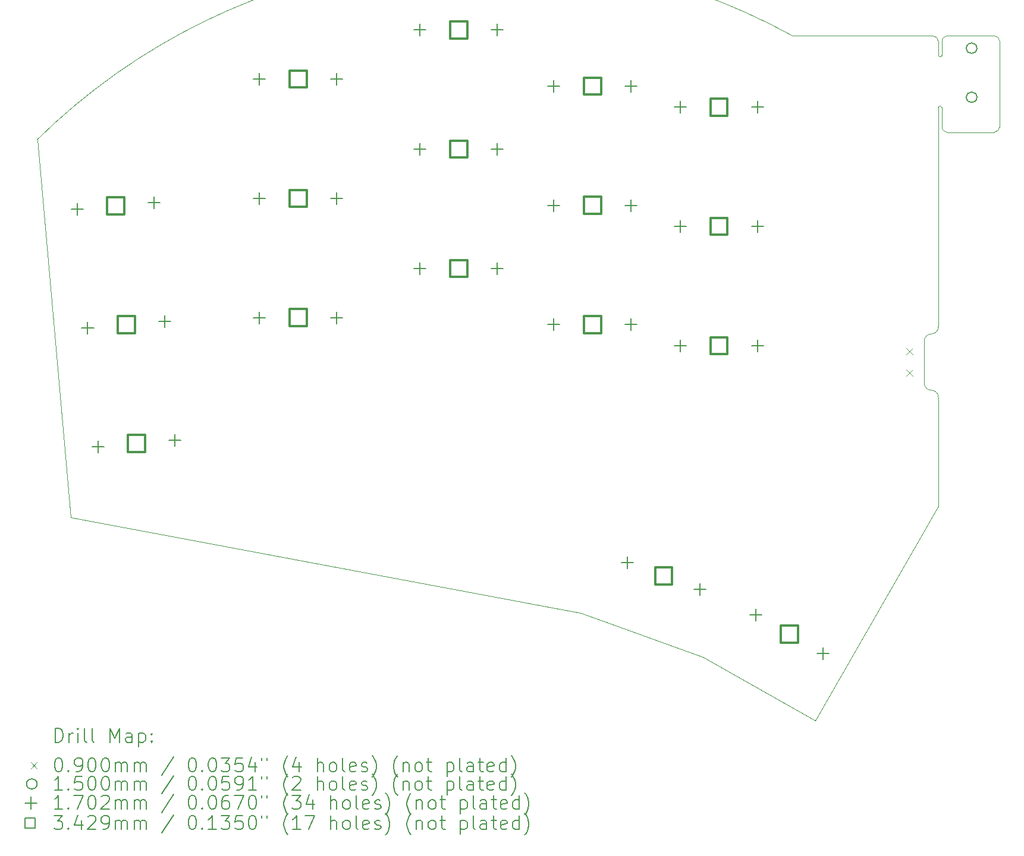
<source format=gbr>
%FSLAX45Y45*%
G04 Gerber Fmt 4.5, Leading zero omitted, Abs format (unit mm)*
G04 Created by KiCad (PCBNEW (6.0.4)) date 2022-07-01 15:59:25*
%MOMM*%
%LPD*%
G01*
G04 APERTURE LIST*
%TA.AperFunction,Profile*%
%ADD10C,0.050000*%
%TD*%
%ADD11C,0.200000*%
%ADD12C,0.090000*%
%ADD13C,0.150000*%
%ADD14C,0.170180*%
%ADD15C,0.342900*%
G04 APERTURE END LIST*
D10*
X13812426Y-12524195D02*
X14287561Y-17910769D01*
X27515337Y-12343949D02*
X27516000Y-11121000D01*
X26641000Y-17746000D02*
X26641000Y-16196697D01*
X26691000Y-12071000D02*
G75*
G03*
X26641000Y-12071000I-25000J-2241D01*
G01*
X26541000Y-15296000D02*
G75*
G03*
X26441000Y-15396000I270J-100270D01*
G01*
X26766000Y-11046000D02*
X27439918Y-11044469D01*
X26641001Y-11122531D02*
G75*
G03*
X26564918Y-11046000I-83291J-6719D01*
G01*
X26691000Y-12346000D02*
G75*
G03*
X26766000Y-12421000I81580J6580D01*
G01*
X26564918Y-11046000D02*
X24566000Y-11046000D01*
X26641000Y-11323091D02*
X26641000Y-11122531D01*
X21554000Y-19270000D02*
X23290000Y-19903000D01*
X26641000Y-12071000D02*
X26641000Y-15196000D01*
X26441000Y-15996000D02*
G75*
G03*
X26541000Y-16096000I99380J-620D01*
G01*
X23290000Y-19903000D02*
X24887000Y-20802000D01*
X27438806Y-12420028D02*
G75*
G03*
X27515337Y-12343949I-6717J83289D01*
G01*
X26766000Y-12421000D02*
X27438807Y-12420031D01*
X24566000Y-11046000D02*
G75*
G03*
X13812426Y-12524195I-4384341J-7958941D01*
G01*
X26641000Y-11323091D02*
G75*
G03*
X26691000Y-11323091I25000J2241D01*
G01*
X14287561Y-17910769D02*
X21554000Y-19270000D01*
X26691000Y-11323091D02*
X26691000Y-11121000D01*
X26441000Y-15396000D02*
X26441000Y-15996000D01*
X24887000Y-20802000D02*
X26641000Y-17746000D01*
X26766000Y-11046000D02*
G75*
G03*
X26691000Y-11121000I6580J-81580D01*
G01*
X26691000Y-12346000D02*
X26691000Y-12071000D01*
X26541000Y-15296000D02*
G75*
G03*
X26641000Y-15196000I-300J100300D01*
G01*
X26640996Y-16196697D02*
G75*
G03*
X26541000Y-16096000I-99756J937D01*
G01*
X27516001Y-11121000D02*
G75*
G03*
X27439918Y-11044469I-83291J-6720D01*
G01*
D11*
D12*
X26184750Y-15501000D02*
X26274750Y-15591000D01*
X26274750Y-15501000D02*
X26184750Y-15591000D01*
X26184750Y-15801000D02*
X26274750Y-15891000D01*
X26274750Y-15801000D02*
X26184750Y-15891000D01*
X26186000Y-15501000D02*
X26276000Y-15591000D01*
X26276000Y-15501000D02*
X26186000Y-15591000D01*
X26186000Y-15801000D02*
X26276000Y-15891000D01*
X26276000Y-15801000D02*
X26186000Y-15891000D01*
D13*
X27191000Y-11222000D02*
G75*
G03*
X27191000Y-11222000I-75000J0D01*
G01*
X27191000Y-11922000D02*
G75*
G03*
X27191000Y-11922000I-75000J0D01*
G01*
D14*
X14382465Y-13433196D02*
X14382465Y-13603376D01*
X14297375Y-13518286D02*
X14467555Y-13518286D01*
X14530629Y-15126727D02*
X14530629Y-15296907D01*
X14445539Y-15211817D02*
X14615719Y-15211817D01*
X14678794Y-16820258D02*
X14678794Y-16990438D01*
X14593704Y-16905348D02*
X14763884Y-16905348D01*
X15478279Y-13337324D02*
X15478279Y-13507504D01*
X15393189Y-13422414D02*
X15563369Y-13422414D01*
X15626444Y-15030855D02*
X15626444Y-15201035D01*
X15541354Y-15115945D02*
X15711534Y-15115945D01*
X15774608Y-16724386D02*
X15774608Y-16894567D01*
X15689518Y-16809477D02*
X15859698Y-16809477D01*
X16976000Y-11576910D02*
X16976000Y-11747090D01*
X16890910Y-11662000D02*
X17061090Y-11662000D01*
X16976000Y-13276910D02*
X16976000Y-13447090D01*
X16890910Y-13362000D02*
X17061090Y-13362000D01*
X16976000Y-14976910D02*
X16976000Y-15147090D01*
X16890910Y-15062000D02*
X17061090Y-15062000D01*
X18076000Y-11576910D02*
X18076000Y-11747090D01*
X17990910Y-11662000D02*
X18161090Y-11662000D01*
X18076000Y-13276910D02*
X18076000Y-13447090D01*
X17990910Y-13362000D02*
X18161090Y-13362000D01*
X18076000Y-14976910D02*
X18076000Y-15147090D01*
X17990910Y-15062000D02*
X18161090Y-15062000D01*
X19262000Y-10876910D02*
X19262000Y-11047090D01*
X19176910Y-10962000D02*
X19347090Y-10962000D01*
X19262000Y-12576910D02*
X19262000Y-12747090D01*
X19176910Y-12662000D02*
X19347090Y-12662000D01*
X19262000Y-14276910D02*
X19262000Y-14447090D01*
X19176910Y-14362000D02*
X19347090Y-14362000D01*
X20362000Y-10876910D02*
X20362000Y-11047090D01*
X20276910Y-10962000D02*
X20447090Y-10962000D01*
X20362000Y-12576910D02*
X20362000Y-12747090D01*
X20276910Y-12662000D02*
X20447090Y-12662000D01*
X20362000Y-14276910D02*
X20362000Y-14447090D01*
X20276910Y-14362000D02*
X20447090Y-14362000D01*
X21167000Y-11676910D02*
X21167000Y-11847090D01*
X21081910Y-11762000D02*
X21252090Y-11762000D01*
X21167000Y-13376910D02*
X21167000Y-13547090D01*
X21081910Y-13462000D02*
X21252090Y-13462000D01*
X21167000Y-15076910D02*
X21167000Y-15247090D01*
X21081910Y-15162000D02*
X21252090Y-15162000D01*
X22215116Y-18471435D02*
X22215116Y-18641615D01*
X22130026Y-18556525D02*
X22300206Y-18556525D01*
X22267000Y-11676910D02*
X22267000Y-11847090D01*
X22181910Y-11762000D02*
X22352090Y-11762000D01*
X22267000Y-13376910D02*
X22267000Y-13547090D01*
X22181910Y-13462000D02*
X22352090Y-13462000D01*
X22267000Y-15076910D02*
X22267000Y-15247090D01*
X22181910Y-15162000D02*
X22352090Y-15162000D01*
X22967000Y-11976910D02*
X22967000Y-12147090D01*
X22881910Y-12062000D02*
X23052090Y-12062000D01*
X22967000Y-13676910D02*
X22967000Y-13847090D01*
X22881910Y-13762000D02*
X23052090Y-13762000D01*
X22967000Y-15376910D02*
X22967000Y-15547090D01*
X22881910Y-15462000D02*
X23052090Y-15462000D01*
X23248778Y-18847657D02*
X23248778Y-19017837D01*
X23163688Y-18932747D02*
X23333868Y-18932747D01*
X24045382Y-19210917D02*
X24045382Y-19381097D01*
X23960292Y-19296007D02*
X24130472Y-19296007D01*
X24067000Y-11976910D02*
X24067000Y-12147090D01*
X23981910Y-12062000D02*
X24152090Y-12062000D01*
X24067000Y-13676910D02*
X24067000Y-13847090D01*
X23981910Y-13762000D02*
X24152090Y-13762000D01*
X24067000Y-15376910D02*
X24067000Y-15547090D01*
X23981910Y-15462000D02*
X24152090Y-15462000D01*
X24998010Y-19760917D02*
X24998010Y-19931097D01*
X24912920Y-19846007D02*
X25083100Y-19846007D01*
D15*
X15051606Y-13591585D02*
X15051606Y-13349116D01*
X14809137Y-13349116D01*
X14809137Y-13591585D01*
X15051606Y-13591585D01*
X15199771Y-15285116D02*
X15199771Y-15042647D01*
X14957302Y-15042647D01*
X14957302Y-15285116D01*
X15199771Y-15285116D01*
X15347936Y-16978647D02*
X15347936Y-16736178D01*
X15105467Y-16736178D01*
X15105467Y-16978647D01*
X15347936Y-16978647D01*
X17647235Y-11783235D02*
X17647235Y-11540765D01*
X17404765Y-11540765D01*
X17404765Y-11783235D01*
X17647235Y-11783235D01*
X17647235Y-13483235D02*
X17647235Y-13240765D01*
X17404765Y-13240765D01*
X17404765Y-13483235D01*
X17647235Y-13483235D01*
X17647235Y-15183235D02*
X17647235Y-14940765D01*
X17404765Y-14940765D01*
X17404765Y-15183235D01*
X17647235Y-15183235D01*
X19933235Y-11083235D02*
X19933235Y-10840765D01*
X19690765Y-10840765D01*
X19690765Y-11083235D01*
X19933235Y-11083235D01*
X19933235Y-12783235D02*
X19933235Y-12540765D01*
X19690765Y-12540765D01*
X19690765Y-12783235D01*
X19933235Y-12783235D01*
X19933235Y-14483235D02*
X19933235Y-14240765D01*
X19690765Y-14240765D01*
X19690765Y-14483235D01*
X19933235Y-14483235D01*
X21838235Y-11883235D02*
X21838235Y-11640765D01*
X21595765Y-11640765D01*
X21595765Y-11883235D01*
X21838235Y-11883235D01*
X21838235Y-13583235D02*
X21838235Y-13340765D01*
X21595765Y-13340765D01*
X21595765Y-13583235D01*
X21838235Y-13583235D01*
X21838235Y-15283235D02*
X21838235Y-15040765D01*
X21595765Y-15040765D01*
X21595765Y-15283235D01*
X21838235Y-15283235D01*
X22853181Y-18865871D02*
X22853181Y-18623402D01*
X22610712Y-18623402D01*
X22610712Y-18865871D01*
X22853181Y-18865871D01*
X23638235Y-12183235D02*
X23638235Y-11940765D01*
X23395765Y-11940765D01*
X23395765Y-12183235D01*
X23638235Y-12183235D01*
X23638235Y-13883235D02*
X23638235Y-13640765D01*
X23395765Y-13640765D01*
X23395765Y-13883235D01*
X23638235Y-13883235D01*
X23638235Y-15583235D02*
X23638235Y-15340765D01*
X23395765Y-15340765D01*
X23395765Y-15583235D01*
X23638235Y-15583235D01*
X24642931Y-19692242D02*
X24642931Y-19449772D01*
X24400462Y-19449772D01*
X24400462Y-19692242D01*
X24642931Y-19692242D01*
D11*
X14067545Y-21114976D02*
X14067545Y-20914976D01*
X14115164Y-20914976D01*
X14143736Y-20924500D01*
X14162783Y-20943548D01*
X14172307Y-20962595D01*
X14181831Y-21000690D01*
X14181831Y-21029262D01*
X14172307Y-21067357D01*
X14162783Y-21086405D01*
X14143736Y-21105452D01*
X14115164Y-21114976D01*
X14067545Y-21114976D01*
X14267545Y-21114976D02*
X14267545Y-20981643D01*
X14267545Y-21019738D02*
X14277069Y-21000690D01*
X14286593Y-20991167D01*
X14305640Y-20981643D01*
X14324688Y-20981643D01*
X14391355Y-21114976D02*
X14391355Y-20981643D01*
X14391355Y-20914976D02*
X14381831Y-20924500D01*
X14391355Y-20934024D01*
X14400878Y-20924500D01*
X14391355Y-20914976D01*
X14391355Y-20934024D01*
X14515164Y-21114976D02*
X14496117Y-21105452D01*
X14486593Y-21086405D01*
X14486593Y-20914976D01*
X14619926Y-21114976D02*
X14600878Y-21105452D01*
X14591355Y-21086405D01*
X14591355Y-20914976D01*
X14848498Y-21114976D02*
X14848498Y-20914976D01*
X14915164Y-21057833D01*
X14981831Y-20914976D01*
X14981831Y-21114976D01*
X15162783Y-21114976D02*
X15162783Y-21010214D01*
X15153259Y-20991167D01*
X15134212Y-20981643D01*
X15096117Y-20981643D01*
X15077069Y-20991167D01*
X15162783Y-21105452D02*
X15143736Y-21114976D01*
X15096117Y-21114976D01*
X15077069Y-21105452D01*
X15067545Y-21086405D01*
X15067545Y-21067357D01*
X15077069Y-21048310D01*
X15096117Y-21038786D01*
X15143736Y-21038786D01*
X15162783Y-21029262D01*
X15258021Y-20981643D02*
X15258021Y-21181643D01*
X15258021Y-20991167D02*
X15277069Y-20981643D01*
X15315164Y-20981643D01*
X15334212Y-20991167D01*
X15343736Y-21000690D01*
X15353259Y-21019738D01*
X15353259Y-21076881D01*
X15343736Y-21095929D01*
X15334212Y-21105452D01*
X15315164Y-21114976D01*
X15277069Y-21114976D01*
X15258021Y-21105452D01*
X15438974Y-21095929D02*
X15448498Y-21105452D01*
X15438974Y-21114976D01*
X15429450Y-21105452D01*
X15438974Y-21095929D01*
X15438974Y-21114976D01*
X15438974Y-20991167D02*
X15448498Y-21000690D01*
X15438974Y-21010214D01*
X15429450Y-21000690D01*
X15438974Y-20991167D01*
X15438974Y-21010214D01*
D12*
X13719926Y-21399500D02*
X13809926Y-21489500D01*
X13809926Y-21399500D02*
X13719926Y-21489500D01*
D11*
X14105640Y-21334976D02*
X14124688Y-21334976D01*
X14143736Y-21344500D01*
X14153259Y-21354024D01*
X14162783Y-21373071D01*
X14172307Y-21411167D01*
X14172307Y-21458786D01*
X14162783Y-21496881D01*
X14153259Y-21515929D01*
X14143736Y-21525452D01*
X14124688Y-21534976D01*
X14105640Y-21534976D01*
X14086593Y-21525452D01*
X14077069Y-21515929D01*
X14067545Y-21496881D01*
X14058021Y-21458786D01*
X14058021Y-21411167D01*
X14067545Y-21373071D01*
X14077069Y-21354024D01*
X14086593Y-21344500D01*
X14105640Y-21334976D01*
X14258021Y-21515929D02*
X14267545Y-21525452D01*
X14258021Y-21534976D01*
X14248498Y-21525452D01*
X14258021Y-21515929D01*
X14258021Y-21534976D01*
X14362783Y-21534976D02*
X14400878Y-21534976D01*
X14419926Y-21525452D01*
X14429450Y-21515929D01*
X14448498Y-21487357D01*
X14458021Y-21449262D01*
X14458021Y-21373071D01*
X14448498Y-21354024D01*
X14438974Y-21344500D01*
X14419926Y-21334976D01*
X14381831Y-21334976D01*
X14362783Y-21344500D01*
X14353259Y-21354024D01*
X14343736Y-21373071D01*
X14343736Y-21420690D01*
X14353259Y-21439738D01*
X14362783Y-21449262D01*
X14381831Y-21458786D01*
X14419926Y-21458786D01*
X14438974Y-21449262D01*
X14448498Y-21439738D01*
X14458021Y-21420690D01*
X14581831Y-21334976D02*
X14600878Y-21334976D01*
X14619926Y-21344500D01*
X14629450Y-21354024D01*
X14638974Y-21373071D01*
X14648498Y-21411167D01*
X14648498Y-21458786D01*
X14638974Y-21496881D01*
X14629450Y-21515929D01*
X14619926Y-21525452D01*
X14600878Y-21534976D01*
X14581831Y-21534976D01*
X14562783Y-21525452D01*
X14553259Y-21515929D01*
X14543736Y-21496881D01*
X14534212Y-21458786D01*
X14534212Y-21411167D01*
X14543736Y-21373071D01*
X14553259Y-21354024D01*
X14562783Y-21344500D01*
X14581831Y-21334976D01*
X14772307Y-21334976D02*
X14791355Y-21334976D01*
X14810402Y-21344500D01*
X14819926Y-21354024D01*
X14829450Y-21373071D01*
X14838974Y-21411167D01*
X14838974Y-21458786D01*
X14829450Y-21496881D01*
X14819926Y-21515929D01*
X14810402Y-21525452D01*
X14791355Y-21534976D01*
X14772307Y-21534976D01*
X14753259Y-21525452D01*
X14743736Y-21515929D01*
X14734212Y-21496881D01*
X14724688Y-21458786D01*
X14724688Y-21411167D01*
X14734212Y-21373071D01*
X14743736Y-21354024D01*
X14753259Y-21344500D01*
X14772307Y-21334976D01*
X14924688Y-21534976D02*
X14924688Y-21401643D01*
X14924688Y-21420690D02*
X14934212Y-21411167D01*
X14953259Y-21401643D01*
X14981831Y-21401643D01*
X15000878Y-21411167D01*
X15010402Y-21430214D01*
X15010402Y-21534976D01*
X15010402Y-21430214D02*
X15019926Y-21411167D01*
X15038974Y-21401643D01*
X15067545Y-21401643D01*
X15086593Y-21411167D01*
X15096117Y-21430214D01*
X15096117Y-21534976D01*
X15191355Y-21534976D02*
X15191355Y-21401643D01*
X15191355Y-21420690D02*
X15200878Y-21411167D01*
X15219926Y-21401643D01*
X15248498Y-21401643D01*
X15267545Y-21411167D01*
X15277069Y-21430214D01*
X15277069Y-21534976D01*
X15277069Y-21430214D02*
X15286593Y-21411167D01*
X15305640Y-21401643D01*
X15334212Y-21401643D01*
X15353259Y-21411167D01*
X15362783Y-21430214D01*
X15362783Y-21534976D01*
X15753259Y-21325452D02*
X15581831Y-21582595D01*
X16010402Y-21334976D02*
X16029450Y-21334976D01*
X16048498Y-21344500D01*
X16058021Y-21354024D01*
X16067545Y-21373071D01*
X16077069Y-21411167D01*
X16077069Y-21458786D01*
X16067545Y-21496881D01*
X16058021Y-21515929D01*
X16048498Y-21525452D01*
X16029450Y-21534976D01*
X16010402Y-21534976D01*
X15991355Y-21525452D01*
X15981831Y-21515929D01*
X15972307Y-21496881D01*
X15962783Y-21458786D01*
X15962783Y-21411167D01*
X15972307Y-21373071D01*
X15981831Y-21354024D01*
X15991355Y-21344500D01*
X16010402Y-21334976D01*
X16162783Y-21515929D02*
X16172307Y-21525452D01*
X16162783Y-21534976D01*
X16153259Y-21525452D01*
X16162783Y-21515929D01*
X16162783Y-21534976D01*
X16296117Y-21334976D02*
X16315164Y-21334976D01*
X16334212Y-21344500D01*
X16343736Y-21354024D01*
X16353259Y-21373071D01*
X16362783Y-21411167D01*
X16362783Y-21458786D01*
X16353259Y-21496881D01*
X16343736Y-21515929D01*
X16334212Y-21525452D01*
X16315164Y-21534976D01*
X16296117Y-21534976D01*
X16277069Y-21525452D01*
X16267545Y-21515929D01*
X16258021Y-21496881D01*
X16248498Y-21458786D01*
X16248498Y-21411167D01*
X16258021Y-21373071D01*
X16267545Y-21354024D01*
X16277069Y-21344500D01*
X16296117Y-21334976D01*
X16429450Y-21334976D02*
X16553259Y-21334976D01*
X16486593Y-21411167D01*
X16515164Y-21411167D01*
X16534212Y-21420690D01*
X16543736Y-21430214D01*
X16553259Y-21449262D01*
X16553259Y-21496881D01*
X16543736Y-21515929D01*
X16534212Y-21525452D01*
X16515164Y-21534976D01*
X16458021Y-21534976D01*
X16438974Y-21525452D01*
X16429450Y-21515929D01*
X16734212Y-21334976D02*
X16638974Y-21334976D01*
X16629450Y-21430214D01*
X16638974Y-21420690D01*
X16658021Y-21411167D01*
X16705640Y-21411167D01*
X16724688Y-21420690D01*
X16734212Y-21430214D01*
X16743736Y-21449262D01*
X16743736Y-21496881D01*
X16734212Y-21515929D01*
X16724688Y-21525452D01*
X16705640Y-21534976D01*
X16658021Y-21534976D01*
X16638974Y-21525452D01*
X16629450Y-21515929D01*
X16915164Y-21401643D02*
X16915164Y-21534976D01*
X16867545Y-21325452D02*
X16819926Y-21468310D01*
X16943736Y-21468310D01*
X17010402Y-21334976D02*
X17010402Y-21373071D01*
X17086593Y-21334976D02*
X17086593Y-21373071D01*
X17381831Y-21611167D02*
X17372307Y-21601643D01*
X17353260Y-21573071D01*
X17343736Y-21554024D01*
X17334212Y-21525452D01*
X17324688Y-21477833D01*
X17324688Y-21439738D01*
X17334212Y-21392119D01*
X17343736Y-21363548D01*
X17353260Y-21344500D01*
X17372307Y-21315929D01*
X17381831Y-21306405D01*
X17543736Y-21401643D02*
X17543736Y-21534976D01*
X17496117Y-21325452D02*
X17448498Y-21468310D01*
X17572307Y-21468310D01*
X17800879Y-21534976D02*
X17800879Y-21334976D01*
X17886593Y-21534976D02*
X17886593Y-21430214D01*
X17877069Y-21411167D01*
X17858021Y-21401643D01*
X17829450Y-21401643D01*
X17810402Y-21411167D01*
X17800879Y-21420690D01*
X18010402Y-21534976D02*
X17991355Y-21525452D01*
X17981831Y-21515929D01*
X17972307Y-21496881D01*
X17972307Y-21439738D01*
X17981831Y-21420690D01*
X17991355Y-21411167D01*
X18010402Y-21401643D01*
X18038974Y-21401643D01*
X18058021Y-21411167D01*
X18067545Y-21420690D01*
X18077069Y-21439738D01*
X18077069Y-21496881D01*
X18067545Y-21515929D01*
X18058021Y-21525452D01*
X18038974Y-21534976D01*
X18010402Y-21534976D01*
X18191355Y-21534976D02*
X18172307Y-21525452D01*
X18162783Y-21506405D01*
X18162783Y-21334976D01*
X18343736Y-21525452D02*
X18324688Y-21534976D01*
X18286593Y-21534976D01*
X18267545Y-21525452D01*
X18258021Y-21506405D01*
X18258021Y-21430214D01*
X18267545Y-21411167D01*
X18286593Y-21401643D01*
X18324688Y-21401643D01*
X18343736Y-21411167D01*
X18353260Y-21430214D01*
X18353260Y-21449262D01*
X18258021Y-21468310D01*
X18429450Y-21525452D02*
X18448498Y-21534976D01*
X18486593Y-21534976D01*
X18505640Y-21525452D01*
X18515164Y-21506405D01*
X18515164Y-21496881D01*
X18505640Y-21477833D01*
X18486593Y-21468310D01*
X18458021Y-21468310D01*
X18438974Y-21458786D01*
X18429450Y-21439738D01*
X18429450Y-21430214D01*
X18438974Y-21411167D01*
X18458021Y-21401643D01*
X18486593Y-21401643D01*
X18505640Y-21411167D01*
X18581831Y-21611167D02*
X18591355Y-21601643D01*
X18610402Y-21573071D01*
X18619926Y-21554024D01*
X18629450Y-21525452D01*
X18638974Y-21477833D01*
X18638974Y-21439738D01*
X18629450Y-21392119D01*
X18619926Y-21363548D01*
X18610402Y-21344500D01*
X18591355Y-21315929D01*
X18581831Y-21306405D01*
X18943736Y-21611167D02*
X18934212Y-21601643D01*
X18915164Y-21573071D01*
X18905640Y-21554024D01*
X18896117Y-21525452D01*
X18886593Y-21477833D01*
X18886593Y-21439738D01*
X18896117Y-21392119D01*
X18905640Y-21363548D01*
X18915164Y-21344500D01*
X18934212Y-21315929D01*
X18943736Y-21306405D01*
X19019926Y-21401643D02*
X19019926Y-21534976D01*
X19019926Y-21420690D02*
X19029450Y-21411167D01*
X19048498Y-21401643D01*
X19077069Y-21401643D01*
X19096117Y-21411167D01*
X19105640Y-21430214D01*
X19105640Y-21534976D01*
X19229450Y-21534976D02*
X19210402Y-21525452D01*
X19200879Y-21515929D01*
X19191355Y-21496881D01*
X19191355Y-21439738D01*
X19200879Y-21420690D01*
X19210402Y-21411167D01*
X19229450Y-21401643D01*
X19258021Y-21401643D01*
X19277069Y-21411167D01*
X19286593Y-21420690D01*
X19296117Y-21439738D01*
X19296117Y-21496881D01*
X19286593Y-21515929D01*
X19277069Y-21525452D01*
X19258021Y-21534976D01*
X19229450Y-21534976D01*
X19353260Y-21401643D02*
X19429450Y-21401643D01*
X19381831Y-21334976D02*
X19381831Y-21506405D01*
X19391355Y-21525452D01*
X19410402Y-21534976D01*
X19429450Y-21534976D01*
X19648498Y-21401643D02*
X19648498Y-21601643D01*
X19648498Y-21411167D02*
X19667545Y-21401643D01*
X19705640Y-21401643D01*
X19724688Y-21411167D01*
X19734212Y-21420690D01*
X19743736Y-21439738D01*
X19743736Y-21496881D01*
X19734212Y-21515929D01*
X19724688Y-21525452D01*
X19705640Y-21534976D01*
X19667545Y-21534976D01*
X19648498Y-21525452D01*
X19858021Y-21534976D02*
X19838974Y-21525452D01*
X19829450Y-21506405D01*
X19829450Y-21334976D01*
X20019926Y-21534976D02*
X20019926Y-21430214D01*
X20010402Y-21411167D01*
X19991355Y-21401643D01*
X19953260Y-21401643D01*
X19934212Y-21411167D01*
X20019926Y-21525452D02*
X20000879Y-21534976D01*
X19953260Y-21534976D01*
X19934212Y-21525452D01*
X19924688Y-21506405D01*
X19924688Y-21487357D01*
X19934212Y-21468310D01*
X19953260Y-21458786D01*
X20000879Y-21458786D01*
X20019926Y-21449262D01*
X20086593Y-21401643D02*
X20162783Y-21401643D01*
X20115164Y-21334976D02*
X20115164Y-21506405D01*
X20124688Y-21525452D01*
X20143736Y-21534976D01*
X20162783Y-21534976D01*
X20305640Y-21525452D02*
X20286593Y-21534976D01*
X20248498Y-21534976D01*
X20229450Y-21525452D01*
X20219926Y-21506405D01*
X20219926Y-21430214D01*
X20229450Y-21411167D01*
X20248498Y-21401643D01*
X20286593Y-21401643D01*
X20305640Y-21411167D01*
X20315164Y-21430214D01*
X20315164Y-21449262D01*
X20219926Y-21468310D01*
X20486593Y-21534976D02*
X20486593Y-21334976D01*
X20486593Y-21525452D02*
X20467545Y-21534976D01*
X20429450Y-21534976D01*
X20410402Y-21525452D01*
X20400879Y-21515929D01*
X20391355Y-21496881D01*
X20391355Y-21439738D01*
X20400879Y-21420690D01*
X20410402Y-21411167D01*
X20429450Y-21401643D01*
X20467545Y-21401643D01*
X20486593Y-21411167D01*
X20562783Y-21611167D02*
X20572307Y-21601643D01*
X20591355Y-21573071D01*
X20600879Y-21554024D01*
X20610402Y-21525452D01*
X20619926Y-21477833D01*
X20619926Y-21439738D01*
X20610402Y-21392119D01*
X20600879Y-21363548D01*
X20591355Y-21344500D01*
X20572307Y-21315929D01*
X20562783Y-21306405D01*
D13*
X13809926Y-21708500D02*
G75*
G03*
X13809926Y-21708500I-75000J0D01*
G01*
D11*
X14172307Y-21798976D02*
X14058021Y-21798976D01*
X14115164Y-21798976D02*
X14115164Y-21598976D01*
X14096117Y-21627548D01*
X14077069Y-21646595D01*
X14058021Y-21656119D01*
X14258021Y-21779929D02*
X14267545Y-21789452D01*
X14258021Y-21798976D01*
X14248498Y-21789452D01*
X14258021Y-21779929D01*
X14258021Y-21798976D01*
X14448498Y-21598976D02*
X14353259Y-21598976D01*
X14343736Y-21694214D01*
X14353259Y-21684690D01*
X14372307Y-21675167D01*
X14419926Y-21675167D01*
X14438974Y-21684690D01*
X14448498Y-21694214D01*
X14458021Y-21713262D01*
X14458021Y-21760881D01*
X14448498Y-21779929D01*
X14438974Y-21789452D01*
X14419926Y-21798976D01*
X14372307Y-21798976D01*
X14353259Y-21789452D01*
X14343736Y-21779929D01*
X14581831Y-21598976D02*
X14600878Y-21598976D01*
X14619926Y-21608500D01*
X14629450Y-21618024D01*
X14638974Y-21637071D01*
X14648498Y-21675167D01*
X14648498Y-21722786D01*
X14638974Y-21760881D01*
X14629450Y-21779929D01*
X14619926Y-21789452D01*
X14600878Y-21798976D01*
X14581831Y-21798976D01*
X14562783Y-21789452D01*
X14553259Y-21779929D01*
X14543736Y-21760881D01*
X14534212Y-21722786D01*
X14534212Y-21675167D01*
X14543736Y-21637071D01*
X14553259Y-21618024D01*
X14562783Y-21608500D01*
X14581831Y-21598976D01*
X14772307Y-21598976D02*
X14791355Y-21598976D01*
X14810402Y-21608500D01*
X14819926Y-21618024D01*
X14829450Y-21637071D01*
X14838974Y-21675167D01*
X14838974Y-21722786D01*
X14829450Y-21760881D01*
X14819926Y-21779929D01*
X14810402Y-21789452D01*
X14791355Y-21798976D01*
X14772307Y-21798976D01*
X14753259Y-21789452D01*
X14743736Y-21779929D01*
X14734212Y-21760881D01*
X14724688Y-21722786D01*
X14724688Y-21675167D01*
X14734212Y-21637071D01*
X14743736Y-21618024D01*
X14753259Y-21608500D01*
X14772307Y-21598976D01*
X14924688Y-21798976D02*
X14924688Y-21665643D01*
X14924688Y-21684690D02*
X14934212Y-21675167D01*
X14953259Y-21665643D01*
X14981831Y-21665643D01*
X15000878Y-21675167D01*
X15010402Y-21694214D01*
X15010402Y-21798976D01*
X15010402Y-21694214D02*
X15019926Y-21675167D01*
X15038974Y-21665643D01*
X15067545Y-21665643D01*
X15086593Y-21675167D01*
X15096117Y-21694214D01*
X15096117Y-21798976D01*
X15191355Y-21798976D02*
X15191355Y-21665643D01*
X15191355Y-21684690D02*
X15200878Y-21675167D01*
X15219926Y-21665643D01*
X15248498Y-21665643D01*
X15267545Y-21675167D01*
X15277069Y-21694214D01*
X15277069Y-21798976D01*
X15277069Y-21694214D02*
X15286593Y-21675167D01*
X15305640Y-21665643D01*
X15334212Y-21665643D01*
X15353259Y-21675167D01*
X15362783Y-21694214D01*
X15362783Y-21798976D01*
X15753259Y-21589452D02*
X15581831Y-21846595D01*
X16010402Y-21598976D02*
X16029450Y-21598976D01*
X16048498Y-21608500D01*
X16058021Y-21618024D01*
X16067545Y-21637071D01*
X16077069Y-21675167D01*
X16077069Y-21722786D01*
X16067545Y-21760881D01*
X16058021Y-21779929D01*
X16048498Y-21789452D01*
X16029450Y-21798976D01*
X16010402Y-21798976D01*
X15991355Y-21789452D01*
X15981831Y-21779929D01*
X15972307Y-21760881D01*
X15962783Y-21722786D01*
X15962783Y-21675167D01*
X15972307Y-21637071D01*
X15981831Y-21618024D01*
X15991355Y-21608500D01*
X16010402Y-21598976D01*
X16162783Y-21779929D02*
X16172307Y-21789452D01*
X16162783Y-21798976D01*
X16153259Y-21789452D01*
X16162783Y-21779929D01*
X16162783Y-21798976D01*
X16296117Y-21598976D02*
X16315164Y-21598976D01*
X16334212Y-21608500D01*
X16343736Y-21618024D01*
X16353259Y-21637071D01*
X16362783Y-21675167D01*
X16362783Y-21722786D01*
X16353259Y-21760881D01*
X16343736Y-21779929D01*
X16334212Y-21789452D01*
X16315164Y-21798976D01*
X16296117Y-21798976D01*
X16277069Y-21789452D01*
X16267545Y-21779929D01*
X16258021Y-21760881D01*
X16248498Y-21722786D01*
X16248498Y-21675167D01*
X16258021Y-21637071D01*
X16267545Y-21618024D01*
X16277069Y-21608500D01*
X16296117Y-21598976D01*
X16543736Y-21598976D02*
X16448498Y-21598976D01*
X16438974Y-21694214D01*
X16448498Y-21684690D01*
X16467545Y-21675167D01*
X16515164Y-21675167D01*
X16534212Y-21684690D01*
X16543736Y-21694214D01*
X16553259Y-21713262D01*
X16553259Y-21760881D01*
X16543736Y-21779929D01*
X16534212Y-21789452D01*
X16515164Y-21798976D01*
X16467545Y-21798976D01*
X16448498Y-21789452D01*
X16438974Y-21779929D01*
X16648498Y-21798976D02*
X16686593Y-21798976D01*
X16705640Y-21789452D01*
X16715164Y-21779929D01*
X16734212Y-21751357D01*
X16743736Y-21713262D01*
X16743736Y-21637071D01*
X16734212Y-21618024D01*
X16724688Y-21608500D01*
X16705640Y-21598976D01*
X16667545Y-21598976D01*
X16648498Y-21608500D01*
X16638974Y-21618024D01*
X16629450Y-21637071D01*
X16629450Y-21684690D01*
X16638974Y-21703738D01*
X16648498Y-21713262D01*
X16667545Y-21722786D01*
X16705640Y-21722786D01*
X16724688Y-21713262D01*
X16734212Y-21703738D01*
X16743736Y-21684690D01*
X16934212Y-21798976D02*
X16819926Y-21798976D01*
X16877069Y-21798976D02*
X16877069Y-21598976D01*
X16858021Y-21627548D01*
X16838974Y-21646595D01*
X16819926Y-21656119D01*
X17010402Y-21598976D02*
X17010402Y-21637071D01*
X17086593Y-21598976D02*
X17086593Y-21637071D01*
X17381831Y-21875167D02*
X17372307Y-21865643D01*
X17353260Y-21837071D01*
X17343736Y-21818024D01*
X17334212Y-21789452D01*
X17324688Y-21741833D01*
X17324688Y-21703738D01*
X17334212Y-21656119D01*
X17343736Y-21627548D01*
X17353260Y-21608500D01*
X17372307Y-21579929D01*
X17381831Y-21570405D01*
X17448498Y-21618024D02*
X17458021Y-21608500D01*
X17477069Y-21598976D01*
X17524688Y-21598976D01*
X17543736Y-21608500D01*
X17553260Y-21618024D01*
X17562783Y-21637071D01*
X17562783Y-21656119D01*
X17553260Y-21684690D01*
X17438974Y-21798976D01*
X17562783Y-21798976D01*
X17800879Y-21798976D02*
X17800879Y-21598976D01*
X17886593Y-21798976D02*
X17886593Y-21694214D01*
X17877069Y-21675167D01*
X17858021Y-21665643D01*
X17829450Y-21665643D01*
X17810402Y-21675167D01*
X17800879Y-21684690D01*
X18010402Y-21798976D02*
X17991355Y-21789452D01*
X17981831Y-21779929D01*
X17972307Y-21760881D01*
X17972307Y-21703738D01*
X17981831Y-21684690D01*
X17991355Y-21675167D01*
X18010402Y-21665643D01*
X18038974Y-21665643D01*
X18058021Y-21675167D01*
X18067545Y-21684690D01*
X18077069Y-21703738D01*
X18077069Y-21760881D01*
X18067545Y-21779929D01*
X18058021Y-21789452D01*
X18038974Y-21798976D01*
X18010402Y-21798976D01*
X18191355Y-21798976D02*
X18172307Y-21789452D01*
X18162783Y-21770405D01*
X18162783Y-21598976D01*
X18343736Y-21789452D02*
X18324688Y-21798976D01*
X18286593Y-21798976D01*
X18267545Y-21789452D01*
X18258021Y-21770405D01*
X18258021Y-21694214D01*
X18267545Y-21675167D01*
X18286593Y-21665643D01*
X18324688Y-21665643D01*
X18343736Y-21675167D01*
X18353260Y-21694214D01*
X18353260Y-21713262D01*
X18258021Y-21732310D01*
X18429450Y-21789452D02*
X18448498Y-21798976D01*
X18486593Y-21798976D01*
X18505640Y-21789452D01*
X18515164Y-21770405D01*
X18515164Y-21760881D01*
X18505640Y-21741833D01*
X18486593Y-21732310D01*
X18458021Y-21732310D01*
X18438974Y-21722786D01*
X18429450Y-21703738D01*
X18429450Y-21694214D01*
X18438974Y-21675167D01*
X18458021Y-21665643D01*
X18486593Y-21665643D01*
X18505640Y-21675167D01*
X18581831Y-21875167D02*
X18591355Y-21865643D01*
X18610402Y-21837071D01*
X18619926Y-21818024D01*
X18629450Y-21789452D01*
X18638974Y-21741833D01*
X18638974Y-21703738D01*
X18629450Y-21656119D01*
X18619926Y-21627548D01*
X18610402Y-21608500D01*
X18591355Y-21579929D01*
X18581831Y-21570405D01*
X18943736Y-21875167D02*
X18934212Y-21865643D01*
X18915164Y-21837071D01*
X18905640Y-21818024D01*
X18896117Y-21789452D01*
X18886593Y-21741833D01*
X18886593Y-21703738D01*
X18896117Y-21656119D01*
X18905640Y-21627548D01*
X18915164Y-21608500D01*
X18934212Y-21579929D01*
X18943736Y-21570405D01*
X19019926Y-21665643D02*
X19019926Y-21798976D01*
X19019926Y-21684690D02*
X19029450Y-21675167D01*
X19048498Y-21665643D01*
X19077069Y-21665643D01*
X19096117Y-21675167D01*
X19105640Y-21694214D01*
X19105640Y-21798976D01*
X19229450Y-21798976D02*
X19210402Y-21789452D01*
X19200879Y-21779929D01*
X19191355Y-21760881D01*
X19191355Y-21703738D01*
X19200879Y-21684690D01*
X19210402Y-21675167D01*
X19229450Y-21665643D01*
X19258021Y-21665643D01*
X19277069Y-21675167D01*
X19286593Y-21684690D01*
X19296117Y-21703738D01*
X19296117Y-21760881D01*
X19286593Y-21779929D01*
X19277069Y-21789452D01*
X19258021Y-21798976D01*
X19229450Y-21798976D01*
X19353260Y-21665643D02*
X19429450Y-21665643D01*
X19381831Y-21598976D02*
X19381831Y-21770405D01*
X19391355Y-21789452D01*
X19410402Y-21798976D01*
X19429450Y-21798976D01*
X19648498Y-21665643D02*
X19648498Y-21865643D01*
X19648498Y-21675167D02*
X19667545Y-21665643D01*
X19705640Y-21665643D01*
X19724688Y-21675167D01*
X19734212Y-21684690D01*
X19743736Y-21703738D01*
X19743736Y-21760881D01*
X19734212Y-21779929D01*
X19724688Y-21789452D01*
X19705640Y-21798976D01*
X19667545Y-21798976D01*
X19648498Y-21789452D01*
X19858021Y-21798976D02*
X19838974Y-21789452D01*
X19829450Y-21770405D01*
X19829450Y-21598976D01*
X20019926Y-21798976D02*
X20019926Y-21694214D01*
X20010402Y-21675167D01*
X19991355Y-21665643D01*
X19953260Y-21665643D01*
X19934212Y-21675167D01*
X20019926Y-21789452D02*
X20000879Y-21798976D01*
X19953260Y-21798976D01*
X19934212Y-21789452D01*
X19924688Y-21770405D01*
X19924688Y-21751357D01*
X19934212Y-21732310D01*
X19953260Y-21722786D01*
X20000879Y-21722786D01*
X20019926Y-21713262D01*
X20086593Y-21665643D02*
X20162783Y-21665643D01*
X20115164Y-21598976D02*
X20115164Y-21770405D01*
X20124688Y-21789452D01*
X20143736Y-21798976D01*
X20162783Y-21798976D01*
X20305640Y-21789452D02*
X20286593Y-21798976D01*
X20248498Y-21798976D01*
X20229450Y-21789452D01*
X20219926Y-21770405D01*
X20219926Y-21694214D01*
X20229450Y-21675167D01*
X20248498Y-21665643D01*
X20286593Y-21665643D01*
X20305640Y-21675167D01*
X20315164Y-21694214D01*
X20315164Y-21713262D01*
X20219926Y-21732310D01*
X20486593Y-21798976D02*
X20486593Y-21598976D01*
X20486593Y-21789452D02*
X20467545Y-21798976D01*
X20429450Y-21798976D01*
X20410402Y-21789452D01*
X20400879Y-21779929D01*
X20391355Y-21760881D01*
X20391355Y-21703738D01*
X20400879Y-21684690D01*
X20410402Y-21675167D01*
X20429450Y-21665643D01*
X20467545Y-21665643D01*
X20486593Y-21675167D01*
X20562783Y-21875167D02*
X20572307Y-21865643D01*
X20591355Y-21837071D01*
X20600879Y-21818024D01*
X20610402Y-21789452D01*
X20619926Y-21741833D01*
X20619926Y-21703738D01*
X20610402Y-21656119D01*
X20600879Y-21627548D01*
X20591355Y-21608500D01*
X20572307Y-21579929D01*
X20562783Y-21570405D01*
D14*
X13724836Y-21893410D02*
X13724836Y-22063590D01*
X13639746Y-21978500D02*
X13809926Y-21978500D01*
D11*
X14172307Y-22068976D02*
X14058021Y-22068976D01*
X14115164Y-22068976D02*
X14115164Y-21868976D01*
X14096117Y-21897548D01*
X14077069Y-21916595D01*
X14058021Y-21926119D01*
X14258021Y-22049929D02*
X14267545Y-22059452D01*
X14258021Y-22068976D01*
X14248498Y-22059452D01*
X14258021Y-22049929D01*
X14258021Y-22068976D01*
X14334212Y-21868976D02*
X14467545Y-21868976D01*
X14381831Y-22068976D01*
X14581831Y-21868976D02*
X14600878Y-21868976D01*
X14619926Y-21878500D01*
X14629450Y-21888024D01*
X14638974Y-21907071D01*
X14648498Y-21945167D01*
X14648498Y-21992786D01*
X14638974Y-22030881D01*
X14629450Y-22049929D01*
X14619926Y-22059452D01*
X14600878Y-22068976D01*
X14581831Y-22068976D01*
X14562783Y-22059452D01*
X14553259Y-22049929D01*
X14543736Y-22030881D01*
X14534212Y-21992786D01*
X14534212Y-21945167D01*
X14543736Y-21907071D01*
X14553259Y-21888024D01*
X14562783Y-21878500D01*
X14581831Y-21868976D01*
X14724688Y-21888024D02*
X14734212Y-21878500D01*
X14753259Y-21868976D01*
X14800878Y-21868976D01*
X14819926Y-21878500D01*
X14829450Y-21888024D01*
X14838974Y-21907071D01*
X14838974Y-21926119D01*
X14829450Y-21954690D01*
X14715164Y-22068976D01*
X14838974Y-22068976D01*
X14924688Y-22068976D02*
X14924688Y-21935643D01*
X14924688Y-21954690D02*
X14934212Y-21945167D01*
X14953259Y-21935643D01*
X14981831Y-21935643D01*
X15000878Y-21945167D01*
X15010402Y-21964214D01*
X15010402Y-22068976D01*
X15010402Y-21964214D02*
X15019926Y-21945167D01*
X15038974Y-21935643D01*
X15067545Y-21935643D01*
X15086593Y-21945167D01*
X15096117Y-21964214D01*
X15096117Y-22068976D01*
X15191355Y-22068976D02*
X15191355Y-21935643D01*
X15191355Y-21954690D02*
X15200878Y-21945167D01*
X15219926Y-21935643D01*
X15248498Y-21935643D01*
X15267545Y-21945167D01*
X15277069Y-21964214D01*
X15277069Y-22068976D01*
X15277069Y-21964214D02*
X15286593Y-21945167D01*
X15305640Y-21935643D01*
X15334212Y-21935643D01*
X15353259Y-21945167D01*
X15362783Y-21964214D01*
X15362783Y-22068976D01*
X15753259Y-21859452D02*
X15581831Y-22116595D01*
X16010402Y-21868976D02*
X16029450Y-21868976D01*
X16048498Y-21878500D01*
X16058021Y-21888024D01*
X16067545Y-21907071D01*
X16077069Y-21945167D01*
X16077069Y-21992786D01*
X16067545Y-22030881D01*
X16058021Y-22049929D01*
X16048498Y-22059452D01*
X16029450Y-22068976D01*
X16010402Y-22068976D01*
X15991355Y-22059452D01*
X15981831Y-22049929D01*
X15972307Y-22030881D01*
X15962783Y-21992786D01*
X15962783Y-21945167D01*
X15972307Y-21907071D01*
X15981831Y-21888024D01*
X15991355Y-21878500D01*
X16010402Y-21868976D01*
X16162783Y-22049929D02*
X16172307Y-22059452D01*
X16162783Y-22068976D01*
X16153259Y-22059452D01*
X16162783Y-22049929D01*
X16162783Y-22068976D01*
X16296117Y-21868976D02*
X16315164Y-21868976D01*
X16334212Y-21878500D01*
X16343736Y-21888024D01*
X16353259Y-21907071D01*
X16362783Y-21945167D01*
X16362783Y-21992786D01*
X16353259Y-22030881D01*
X16343736Y-22049929D01*
X16334212Y-22059452D01*
X16315164Y-22068976D01*
X16296117Y-22068976D01*
X16277069Y-22059452D01*
X16267545Y-22049929D01*
X16258021Y-22030881D01*
X16248498Y-21992786D01*
X16248498Y-21945167D01*
X16258021Y-21907071D01*
X16267545Y-21888024D01*
X16277069Y-21878500D01*
X16296117Y-21868976D01*
X16534212Y-21868976D02*
X16496117Y-21868976D01*
X16477069Y-21878500D01*
X16467545Y-21888024D01*
X16448498Y-21916595D01*
X16438974Y-21954690D01*
X16438974Y-22030881D01*
X16448498Y-22049929D01*
X16458021Y-22059452D01*
X16477069Y-22068976D01*
X16515164Y-22068976D01*
X16534212Y-22059452D01*
X16543736Y-22049929D01*
X16553259Y-22030881D01*
X16553259Y-21983262D01*
X16543736Y-21964214D01*
X16534212Y-21954690D01*
X16515164Y-21945167D01*
X16477069Y-21945167D01*
X16458021Y-21954690D01*
X16448498Y-21964214D01*
X16438974Y-21983262D01*
X16619926Y-21868976D02*
X16753259Y-21868976D01*
X16667545Y-22068976D01*
X16867545Y-21868976D02*
X16886593Y-21868976D01*
X16905640Y-21878500D01*
X16915164Y-21888024D01*
X16924688Y-21907071D01*
X16934212Y-21945167D01*
X16934212Y-21992786D01*
X16924688Y-22030881D01*
X16915164Y-22049929D01*
X16905640Y-22059452D01*
X16886593Y-22068976D01*
X16867545Y-22068976D01*
X16848498Y-22059452D01*
X16838974Y-22049929D01*
X16829450Y-22030881D01*
X16819926Y-21992786D01*
X16819926Y-21945167D01*
X16829450Y-21907071D01*
X16838974Y-21888024D01*
X16848498Y-21878500D01*
X16867545Y-21868976D01*
X17010402Y-21868976D02*
X17010402Y-21907071D01*
X17086593Y-21868976D02*
X17086593Y-21907071D01*
X17381831Y-22145167D02*
X17372307Y-22135643D01*
X17353260Y-22107071D01*
X17343736Y-22088024D01*
X17334212Y-22059452D01*
X17324688Y-22011833D01*
X17324688Y-21973738D01*
X17334212Y-21926119D01*
X17343736Y-21897548D01*
X17353260Y-21878500D01*
X17372307Y-21849929D01*
X17381831Y-21840405D01*
X17438974Y-21868976D02*
X17562783Y-21868976D01*
X17496117Y-21945167D01*
X17524688Y-21945167D01*
X17543736Y-21954690D01*
X17553260Y-21964214D01*
X17562783Y-21983262D01*
X17562783Y-22030881D01*
X17553260Y-22049929D01*
X17543736Y-22059452D01*
X17524688Y-22068976D01*
X17467545Y-22068976D01*
X17448498Y-22059452D01*
X17438974Y-22049929D01*
X17734212Y-21935643D02*
X17734212Y-22068976D01*
X17686593Y-21859452D02*
X17638974Y-22002310D01*
X17762783Y-22002310D01*
X17991355Y-22068976D02*
X17991355Y-21868976D01*
X18077069Y-22068976D02*
X18077069Y-21964214D01*
X18067545Y-21945167D01*
X18048498Y-21935643D01*
X18019926Y-21935643D01*
X18000879Y-21945167D01*
X17991355Y-21954690D01*
X18200879Y-22068976D02*
X18181831Y-22059452D01*
X18172307Y-22049929D01*
X18162783Y-22030881D01*
X18162783Y-21973738D01*
X18172307Y-21954690D01*
X18181831Y-21945167D01*
X18200879Y-21935643D01*
X18229450Y-21935643D01*
X18248498Y-21945167D01*
X18258021Y-21954690D01*
X18267545Y-21973738D01*
X18267545Y-22030881D01*
X18258021Y-22049929D01*
X18248498Y-22059452D01*
X18229450Y-22068976D01*
X18200879Y-22068976D01*
X18381831Y-22068976D02*
X18362783Y-22059452D01*
X18353260Y-22040405D01*
X18353260Y-21868976D01*
X18534212Y-22059452D02*
X18515164Y-22068976D01*
X18477069Y-22068976D01*
X18458021Y-22059452D01*
X18448498Y-22040405D01*
X18448498Y-21964214D01*
X18458021Y-21945167D01*
X18477069Y-21935643D01*
X18515164Y-21935643D01*
X18534212Y-21945167D01*
X18543736Y-21964214D01*
X18543736Y-21983262D01*
X18448498Y-22002310D01*
X18619926Y-22059452D02*
X18638974Y-22068976D01*
X18677069Y-22068976D01*
X18696117Y-22059452D01*
X18705640Y-22040405D01*
X18705640Y-22030881D01*
X18696117Y-22011833D01*
X18677069Y-22002310D01*
X18648498Y-22002310D01*
X18629450Y-21992786D01*
X18619926Y-21973738D01*
X18619926Y-21964214D01*
X18629450Y-21945167D01*
X18648498Y-21935643D01*
X18677069Y-21935643D01*
X18696117Y-21945167D01*
X18772307Y-22145167D02*
X18781831Y-22135643D01*
X18800879Y-22107071D01*
X18810402Y-22088024D01*
X18819926Y-22059452D01*
X18829450Y-22011833D01*
X18829450Y-21973738D01*
X18819926Y-21926119D01*
X18810402Y-21897548D01*
X18800879Y-21878500D01*
X18781831Y-21849929D01*
X18772307Y-21840405D01*
X19134212Y-22145167D02*
X19124688Y-22135643D01*
X19105640Y-22107071D01*
X19096117Y-22088024D01*
X19086593Y-22059452D01*
X19077069Y-22011833D01*
X19077069Y-21973738D01*
X19086593Y-21926119D01*
X19096117Y-21897548D01*
X19105640Y-21878500D01*
X19124688Y-21849929D01*
X19134212Y-21840405D01*
X19210402Y-21935643D02*
X19210402Y-22068976D01*
X19210402Y-21954690D02*
X19219926Y-21945167D01*
X19238974Y-21935643D01*
X19267545Y-21935643D01*
X19286593Y-21945167D01*
X19296117Y-21964214D01*
X19296117Y-22068976D01*
X19419926Y-22068976D02*
X19400879Y-22059452D01*
X19391355Y-22049929D01*
X19381831Y-22030881D01*
X19381831Y-21973738D01*
X19391355Y-21954690D01*
X19400879Y-21945167D01*
X19419926Y-21935643D01*
X19448498Y-21935643D01*
X19467545Y-21945167D01*
X19477069Y-21954690D01*
X19486593Y-21973738D01*
X19486593Y-22030881D01*
X19477069Y-22049929D01*
X19467545Y-22059452D01*
X19448498Y-22068976D01*
X19419926Y-22068976D01*
X19543736Y-21935643D02*
X19619926Y-21935643D01*
X19572307Y-21868976D02*
X19572307Y-22040405D01*
X19581831Y-22059452D01*
X19600879Y-22068976D01*
X19619926Y-22068976D01*
X19838974Y-21935643D02*
X19838974Y-22135643D01*
X19838974Y-21945167D02*
X19858021Y-21935643D01*
X19896117Y-21935643D01*
X19915164Y-21945167D01*
X19924688Y-21954690D01*
X19934212Y-21973738D01*
X19934212Y-22030881D01*
X19924688Y-22049929D01*
X19915164Y-22059452D01*
X19896117Y-22068976D01*
X19858021Y-22068976D01*
X19838974Y-22059452D01*
X20048498Y-22068976D02*
X20029450Y-22059452D01*
X20019926Y-22040405D01*
X20019926Y-21868976D01*
X20210402Y-22068976D02*
X20210402Y-21964214D01*
X20200879Y-21945167D01*
X20181831Y-21935643D01*
X20143736Y-21935643D01*
X20124688Y-21945167D01*
X20210402Y-22059452D02*
X20191355Y-22068976D01*
X20143736Y-22068976D01*
X20124688Y-22059452D01*
X20115164Y-22040405D01*
X20115164Y-22021357D01*
X20124688Y-22002310D01*
X20143736Y-21992786D01*
X20191355Y-21992786D01*
X20210402Y-21983262D01*
X20277069Y-21935643D02*
X20353260Y-21935643D01*
X20305640Y-21868976D02*
X20305640Y-22040405D01*
X20315164Y-22059452D01*
X20334212Y-22068976D01*
X20353260Y-22068976D01*
X20496117Y-22059452D02*
X20477069Y-22068976D01*
X20438974Y-22068976D01*
X20419926Y-22059452D01*
X20410402Y-22040405D01*
X20410402Y-21964214D01*
X20419926Y-21945167D01*
X20438974Y-21935643D01*
X20477069Y-21935643D01*
X20496117Y-21945167D01*
X20505640Y-21964214D01*
X20505640Y-21983262D01*
X20410402Y-22002310D01*
X20677069Y-22068976D02*
X20677069Y-21868976D01*
X20677069Y-22059452D02*
X20658021Y-22068976D01*
X20619926Y-22068976D01*
X20600879Y-22059452D01*
X20591355Y-22049929D01*
X20581831Y-22030881D01*
X20581831Y-21973738D01*
X20591355Y-21954690D01*
X20600879Y-21945167D01*
X20619926Y-21935643D01*
X20658021Y-21935643D01*
X20677069Y-21945167D01*
X20753260Y-22145167D02*
X20762783Y-22135643D01*
X20781831Y-22107071D01*
X20791355Y-22088024D01*
X20800879Y-22059452D01*
X20810402Y-22011833D01*
X20810402Y-21973738D01*
X20800879Y-21926119D01*
X20791355Y-21897548D01*
X20781831Y-21878500D01*
X20762783Y-21849929D01*
X20753260Y-21840405D01*
X13780638Y-22339391D02*
X13780638Y-22197969D01*
X13639215Y-22197969D01*
X13639215Y-22339391D01*
X13780638Y-22339391D01*
X14048498Y-22159156D02*
X14172307Y-22159156D01*
X14105640Y-22235347D01*
X14134212Y-22235347D01*
X14153259Y-22244870D01*
X14162783Y-22254394D01*
X14172307Y-22273442D01*
X14172307Y-22321061D01*
X14162783Y-22340109D01*
X14153259Y-22349632D01*
X14134212Y-22359156D01*
X14077069Y-22359156D01*
X14058021Y-22349632D01*
X14048498Y-22340109D01*
X14258021Y-22340109D02*
X14267545Y-22349632D01*
X14258021Y-22359156D01*
X14248498Y-22349632D01*
X14258021Y-22340109D01*
X14258021Y-22359156D01*
X14438974Y-22225823D02*
X14438974Y-22359156D01*
X14391355Y-22149632D02*
X14343736Y-22292490D01*
X14467545Y-22292490D01*
X14534212Y-22178204D02*
X14543736Y-22168680D01*
X14562783Y-22159156D01*
X14610402Y-22159156D01*
X14629450Y-22168680D01*
X14638974Y-22178204D01*
X14648498Y-22197251D01*
X14648498Y-22216299D01*
X14638974Y-22244870D01*
X14524688Y-22359156D01*
X14648498Y-22359156D01*
X14743736Y-22359156D02*
X14781831Y-22359156D01*
X14800878Y-22349632D01*
X14810402Y-22340109D01*
X14829450Y-22311537D01*
X14838974Y-22273442D01*
X14838974Y-22197251D01*
X14829450Y-22178204D01*
X14819926Y-22168680D01*
X14800878Y-22159156D01*
X14762783Y-22159156D01*
X14743736Y-22168680D01*
X14734212Y-22178204D01*
X14724688Y-22197251D01*
X14724688Y-22244870D01*
X14734212Y-22263918D01*
X14743736Y-22273442D01*
X14762783Y-22282966D01*
X14800878Y-22282966D01*
X14819926Y-22273442D01*
X14829450Y-22263918D01*
X14838974Y-22244870D01*
X14924688Y-22359156D02*
X14924688Y-22225823D01*
X14924688Y-22244870D02*
X14934212Y-22235347D01*
X14953259Y-22225823D01*
X14981831Y-22225823D01*
X15000878Y-22235347D01*
X15010402Y-22254394D01*
X15010402Y-22359156D01*
X15010402Y-22254394D02*
X15019926Y-22235347D01*
X15038974Y-22225823D01*
X15067545Y-22225823D01*
X15086593Y-22235347D01*
X15096117Y-22254394D01*
X15096117Y-22359156D01*
X15191355Y-22359156D02*
X15191355Y-22225823D01*
X15191355Y-22244870D02*
X15200878Y-22235347D01*
X15219926Y-22225823D01*
X15248498Y-22225823D01*
X15267545Y-22235347D01*
X15277069Y-22254394D01*
X15277069Y-22359156D01*
X15277069Y-22254394D02*
X15286593Y-22235347D01*
X15305640Y-22225823D01*
X15334212Y-22225823D01*
X15353259Y-22235347D01*
X15362783Y-22254394D01*
X15362783Y-22359156D01*
X15753259Y-22149632D02*
X15581831Y-22406775D01*
X16010402Y-22159156D02*
X16029450Y-22159156D01*
X16048498Y-22168680D01*
X16058021Y-22178204D01*
X16067545Y-22197251D01*
X16077069Y-22235347D01*
X16077069Y-22282966D01*
X16067545Y-22321061D01*
X16058021Y-22340109D01*
X16048498Y-22349632D01*
X16029450Y-22359156D01*
X16010402Y-22359156D01*
X15991355Y-22349632D01*
X15981831Y-22340109D01*
X15972307Y-22321061D01*
X15962783Y-22282966D01*
X15962783Y-22235347D01*
X15972307Y-22197251D01*
X15981831Y-22178204D01*
X15991355Y-22168680D01*
X16010402Y-22159156D01*
X16162783Y-22340109D02*
X16172307Y-22349632D01*
X16162783Y-22359156D01*
X16153259Y-22349632D01*
X16162783Y-22340109D01*
X16162783Y-22359156D01*
X16362783Y-22359156D02*
X16248498Y-22359156D01*
X16305640Y-22359156D02*
X16305640Y-22159156D01*
X16286593Y-22187728D01*
X16267545Y-22206775D01*
X16248498Y-22216299D01*
X16429450Y-22159156D02*
X16553259Y-22159156D01*
X16486593Y-22235347D01*
X16515164Y-22235347D01*
X16534212Y-22244870D01*
X16543736Y-22254394D01*
X16553259Y-22273442D01*
X16553259Y-22321061D01*
X16543736Y-22340109D01*
X16534212Y-22349632D01*
X16515164Y-22359156D01*
X16458021Y-22359156D01*
X16438974Y-22349632D01*
X16429450Y-22340109D01*
X16734212Y-22159156D02*
X16638974Y-22159156D01*
X16629450Y-22254394D01*
X16638974Y-22244870D01*
X16658021Y-22235347D01*
X16705640Y-22235347D01*
X16724688Y-22244870D01*
X16734212Y-22254394D01*
X16743736Y-22273442D01*
X16743736Y-22321061D01*
X16734212Y-22340109D01*
X16724688Y-22349632D01*
X16705640Y-22359156D01*
X16658021Y-22359156D01*
X16638974Y-22349632D01*
X16629450Y-22340109D01*
X16867545Y-22159156D02*
X16886593Y-22159156D01*
X16905640Y-22168680D01*
X16915164Y-22178204D01*
X16924688Y-22197251D01*
X16934212Y-22235347D01*
X16934212Y-22282966D01*
X16924688Y-22321061D01*
X16915164Y-22340109D01*
X16905640Y-22349632D01*
X16886593Y-22359156D01*
X16867545Y-22359156D01*
X16848498Y-22349632D01*
X16838974Y-22340109D01*
X16829450Y-22321061D01*
X16819926Y-22282966D01*
X16819926Y-22235347D01*
X16829450Y-22197251D01*
X16838974Y-22178204D01*
X16848498Y-22168680D01*
X16867545Y-22159156D01*
X17010402Y-22159156D02*
X17010402Y-22197251D01*
X17086593Y-22159156D02*
X17086593Y-22197251D01*
X17381831Y-22435347D02*
X17372307Y-22425823D01*
X17353260Y-22397251D01*
X17343736Y-22378204D01*
X17334212Y-22349632D01*
X17324688Y-22302013D01*
X17324688Y-22263918D01*
X17334212Y-22216299D01*
X17343736Y-22187728D01*
X17353260Y-22168680D01*
X17372307Y-22140109D01*
X17381831Y-22130585D01*
X17562783Y-22359156D02*
X17448498Y-22359156D01*
X17505640Y-22359156D02*
X17505640Y-22159156D01*
X17486593Y-22187728D01*
X17467545Y-22206775D01*
X17448498Y-22216299D01*
X17629450Y-22159156D02*
X17762783Y-22159156D01*
X17677069Y-22359156D01*
X17991355Y-22359156D02*
X17991355Y-22159156D01*
X18077069Y-22359156D02*
X18077069Y-22254394D01*
X18067545Y-22235347D01*
X18048498Y-22225823D01*
X18019926Y-22225823D01*
X18000879Y-22235347D01*
X17991355Y-22244870D01*
X18200879Y-22359156D02*
X18181831Y-22349632D01*
X18172307Y-22340109D01*
X18162783Y-22321061D01*
X18162783Y-22263918D01*
X18172307Y-22244870D01*
X18181831Y-22235347D01*
X18200879Y-22225823D01*
X18229450Y-22225823D01*
X18248498Y-22235347D01*
X18258021Y-22244870D01*
X18267545Y-22263918D01*
X18267545Y-22321061D01*
X18258021Y-22340109D01*
X18248498Y-22349632D01*
X18229450Y-22359156D01*
X18200879Y-22359156D01*
X18381831Y-22359156D02*
X18362783Y-22349632D01*
X18353260Y-22330585D01*
X18353260Y-22159156D01*
X18534212Y-22349632D02*
X18515164Y-22359156D01*
X18477069Y-22359156D01*
X18458021Y-22349632D01*
X18448498Y-22330585D01*
X18448498Y-22254394D01*
X18458021Y-22235347D01*
X18477069Y-22225823D01*
X18515164Y-22225823D01*
X18534212Y-22235347D01*
X18543736Y-22254394D01*
X18543736Y-22273442D01*
X18448498Y-22292490D01*
X18619926Y-22349632D02*
X18638974Y-22359156D01*
X18677069Y-22359156D01*
X18696117Y-22349632D01*
X18705640Y-22330585D01*
X18705640Y-22321061D01*
X18696117Y-22302013D01*
X18677069Y-22292490D01*
X18648498Y-22292490D01*
X18629450Y-22282966D01*
X18619926Y-22263918D01*
X18619926Y-22254394D01*
X18629450Y-22235347D01*
X18648498Y-22225823D01*
X18677069Y-22225823D01*
X18696117Y-22235347D01*
X18772307Y-22435347D02*
X18781831Y-22425823D01*
X18800879Y-22397251D01*
X18810402Y-22378204D01*
X18819926Y-22349632D01*
X18829450Y-22302013D01*
X18829450Y-22263918D01*
X18819926Y-22216299D01*
X18810402Y-22187728D01*
X18800879Y-22168680D01*
X18781831Y-22140109D01*
X18772307Y-22130585D01*
X19134212Y-22435347D02*
X19124688Y-22425823D01*
X19105640Y-22397251D01*
X19096117Y-22378204D01*
X19086593Y-22349632D01*
X19077069Y-22302013D01*
X19077069Y-22263918D01*
X19086593Y-22216299D01*
X19096117Y-22187728D01*
X19105640Y-22168680D01*
X19124688Y-22140109D01*
X19134212Y-22130585D01*
X19210402Y-22225823D02*
X19210402Y-22359156D01*
X19210402Y-22244870D02*
X19219926Y-22235347D01*
X19238974Y-22225823D01*
X19267545Y-22225823D01*
X19286593Y-22235347D01*
X19296117Y-22254394D01*
X19296117Y-22359156D01*
X19419926Y-22359156D02*
X19400879Y-22349632D01*
X19391355Y-22340109D01*
X19381831Y-22321061D01*
X19381831Y-22263918D01*
X19391355Y-22244870D01*
X19400879Y-22235347D01*
X19419926Y-22225823D01*
X19448498Y-22225823D01*
X19467545Y-22235347D01*
X19477069Y-22244870D01*
X19486593Y-22263918D01*
X19486593Y-22321061D01*
X19477069Y-22340109D01*
X19467545Y-22349632D01*
X19448498Y-22359156D01*
X19419926Y-22359156D01*
X19543736Y-22225823D02*
X19619926Y-22225823D01*
X19572307Y-22159156D02*
X19572307Y-22330585D01*
X19581831Y-22349632D01*
X19600879Y-22359156D01*
X19619926Y-22359156D01*
X19838974Y-22225823D02*
X19838974Y-22425823D01*
X19838974Y-22235347D02*
X19858021Y-22225823D01*
X19896117Y-22225823D01*
X19915164Y-22235347D01*
X19924688Y-22244870D01*
X19934212Y-22263918D01*
X19934212Y-22321061D01*
X19924688Y-22340109D01*
X19915164Y-22349632D01*
X19896117Y-22359156D01*
X19858021Y-22359156D01*
X19838974Y-22349632D01*
X20048498Y-22359156D02*
X20029450Y-22349632D01*
X20019926Y-22330585D01*
X20019926Y-22159156D01*
X20210402Y-22359156D02*
X20210402Y-22254394D01*
X20200879Y-22235347D01*
X20181831Y-22225823D01*
X20143736Y-22225823D01*
X20124688Y-22235347D01*
X20210402Y-22349632D02*
X20191355Y-22359156D01*
X20143736Y-22359156D01*
X20124688Y-22349632D01*
X20115164Y-22330585D01*
X20115164Y-22311537D01*
X20124688Y-22292490D01*
X20143736Y-22282966D01*
X20191355Y-22282966D01*
X20210402Y-22273442D01*
X20277069Y-22225823D02*
X20353260Y-22225823D01*
X20305640Y-22159156D02*
X20305640Y-22330585D01*
X20315164Y-22349632D01*
X20334212Y-22359156D01*
X20353260Y-22359156D01*
X20496117Y-22349632D02*
X20477069Y-22359156D01*
X20438974Y-22359156D01*
X20419926Y-22349632D01*
X20410402Y-22330585D01*
X20410402Y-22254394D01*
X20419926Y-22235347D01*
X20438974Y-22225823D01*
X20477069Y-22225823D01*
X20496117Y-22235347D01*
X20505640Y-22254394D01*
X20505640Y-22273442D01*
X20410402Y-22292490D01*
X20677069Y-22359156D02*
X20677069Y-22159156D01*
X20677069Y-22349632D02*
X20658021Y-22359156D01*
X20619926Y-22359156D01*
X20600879Y-22349632D01*
X20591355Y-22340109D01*
X20581831Y-22321061D01*
X20581831Y-22263918D01*
X20591355Y-22244870D01*
X20600879Y-22235347D01*
X20619926Y-22225823D01*
X20658021Y-22225823D01*
X20677069Y-22235347D01*
X20753260Y-22435347D02*
X20762783Y-22425823D01*
X20781831Y-22397251D01*
X20791355Y-22378204D01*
X20800879Y-22349632D01*
X20810402Y-22302013D01*
X20810402Y-22263918D01*
X20800879Y-22216299D01*
X20791355Y-22187728D01*
X20781831Y-22168680D01*
X20762783Y-22140109D01*
X20753260Y-22130585D01*
M02*

</source>
